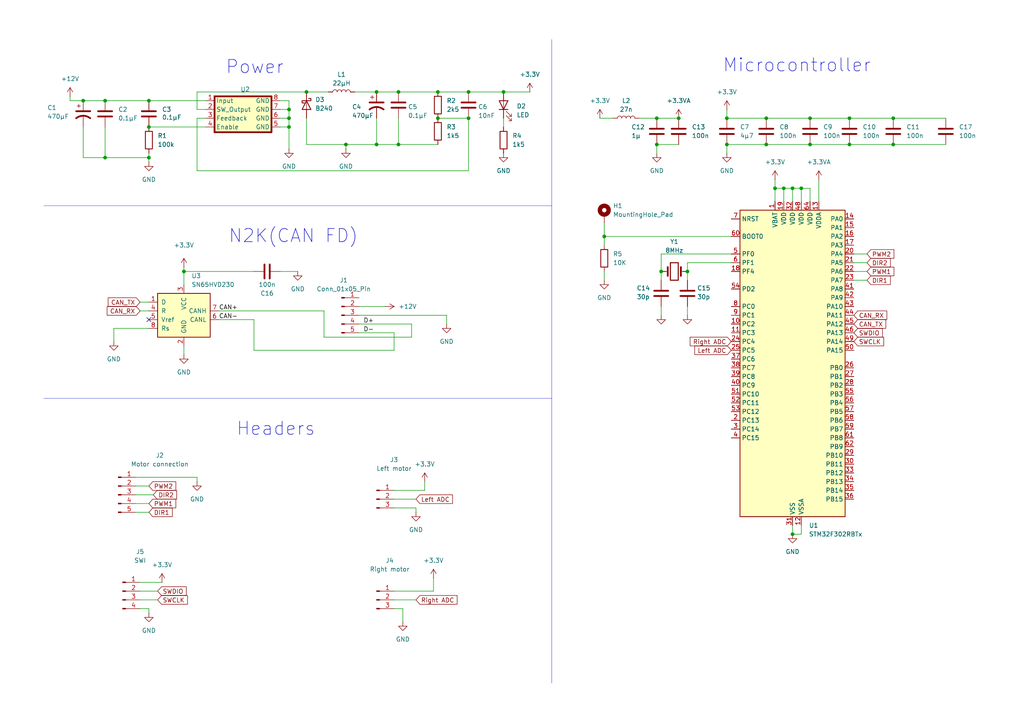
<source format=kicad_sch>
(kicad_sch (version 20231120) (generator "eeschema") (generator_version "8.0")
  (paper "A4")
  (lib_symbols
    (symbol "Connector:Conn_01x03_Pin" (pin_names (offset 1.016) hide)
      (property "Reference" "J" (at 0 5.08 0))
      (property "Value" "Conn_01x03_Pin" (at 0 -5.08 0))
      (symbol "Conn_01x03_Pin_1_1"
        (polyline (pts (xy 1.27 -2.54) (xy 0.8636 -2.54)) (stroke (width 0.1524)))
        (polyline (pts (xy 1.27 0) (xy 0.8636 0)) (stroke (width 0.1524)))
        (polyline (pts (xy 1.27 2.54) (xy 0.8636 2.54)) (stroke (width 0.1524)))
        (rectangle (start 0.8636 -2.413) (end 0 -2.667) (stroke (width 0.1524)) (fill (type outline)))
        (rectangle (start 0.8636 0.127) (end 0 -0.127) (stroke (width 0.1524)) (fill (type outline)))
        (rectangle (start 0.8636 2.667) (end 0 2.413) (stroke (width 0.1524)) (fill (type outline)))
        (pin passive line (at 5.08 2.54 180) (length 3.81) (name "Pin_1") (number "1"))
        (pin passive line (at 5.08 0 180) (length 3.81) (name "Pin_2") (number "2"))
        (pin passive line (at 5.08 -2.54 180) (length 3.81) (name "Pin_3") (number "3"))
      )
    )
    (symbol "Connector:Conn_01x04_Pin" (pin_names (offset 1.016) hide)
      (property "Reference" "J" (at 0 5.08 0))
      (property "Value" "Conn_01x04_Pin" (at 0 -7.62 0))
      (symbol "Conn_01x04_Pin_1_1"
        (polyline (pts (xy 1.27 -5.08) (xy 0.8636 -5.08)) (stroke (width 0.1524)))
        (polyline (pts (xy 1.27 -2.54) (xy 0.8636 -2.54)) (stroke (width 0.1524)))
        (polyline (pts (xy 1.27 0) (xy 0.8636 0)) (stroke (width 0.1524)))
        (polyline (pts (xy 1.27 2.54) (xy 0.8636 2.54)) (stroke (width 0.1524)))
        (rectangle (start 0.8636 -4.953) (end 0 -5.207) (stroke (width 0.1524)) (fill (type outline)))
        (rectangle (start 0.8636 -2.413) (end 0 -2.667) (stroke (width 0.1524)) (fill (type outline)))
        (rectangle (start 0.8636 0.127) (end 0 -0.127) (stroke (width 0.1524)) (fill (type outline)))
        (rectangle (start 0.8636 2.667) (end 0 2.413) (stroke (width 0.1524)) (fill (type outline)))
        (pin passive line (at 5.08 2.54 180) (length 3.81) (name "Pin_1") (number "1"))
        (pin passive line (at 5.08 0 180) (length 3.81) (name "Pin_2") (number "2"))
        (pin passive line (at 5.08 -2.54 180) (length 3.81) (name "Pin_3") (number "3"))
        (pin passive line (at 5.08 -5.08 180) (length 3.81) (name "Pin_4") (number "4"))
      )
    )
    (symbol "Connector:Conn_01x05_Pin" (pin_names (offset 1.016) hide)
      (property "Reference" "J" (at 0 7.62 0))
      (property "Value" "Conn_01x05_Pin" (at 0 -7.62 0))
      (symbol "Conn_01x05_Pin_1_1"
        (polyline (pts (xy 1.27 -5.08) (xy 0.8636 -5.08)) (stroke (width 0.1524)))
        (polyline (pts (xy 1.27 -2.54) (xy 0.8636 -2.54)) (stroke (width 0.1524)))
        (polyline (pts (xy 1.27 0) (xy 0.8636 0)) (stroke (width 0.1524)))
        (polyline (pts (xy 1.27 2.54) (xy 0.8636 2.54)) (stroke (width 0.1524)))
        (polyline (pts (xy 1.27 5.08) (xy 0.8636 5.08)) (stroke (width 0.1524)))
        (rectangle (start 0.8636 -4.953) (end 0 -5.207) (stroke (width 0.1524)) (fill (type outline)))
        (rectangle (start 0.8636 -2.413) (end 0 -2.667) (stroke (width 0.1524)) (fill (type outline)))
        (rectangle (start 0.8636 0.127) (end 0 -0.127) (stroke (width 0.1524)) (fill (type outline)))
        (rectangle (start 0.8636 2.667) (end 0 2.413) (stroke (width 0.1524)) (fill (type outline)))
        (rectangle (start 0.8636 5.207) (end 0 4.953) (stroke (width 0.1524)) (fill (type outline)))
        (pin passive line (at 5.08 5.08 180) (length 3.81) (name "Pin_1") (number "1"))
        (pin passive line (at 5.08 2.54 180) (length 3.81) (name "Pin_2") (number "2"))
        (pin passive line (at 5.08 0 180) (length 3.81) (name "Pin_3") (number "3"))
        (pin passive line (at 5.08 -2.54 180) (length 3.81) (name "Pin_4") (number "4"))
        (pin passive line (at 5.08 -5.08 180) (length 3.81) (name "Pin_5") (number "5"))
      )
    )
    (symbol "Device:C" (pin_numbers hide) (pin_names (offset 0.254))
      (property "Reference" "C" (at 0.635 2.54 0))
      (property "Value" "C" (at 0.635 -2.54 0))
      (symbol "C_0_1"
        (polyline (pts (xy -2.032 -0.762) (xy 2.032 -0.762)) (stroke (width 0.508)))
        (polyline (pts (xy -2.032 0.762) (xy 2.032 0.762)) (stroke (width 0.508)))
      )
      (symbol "C_1_1"
        (pin passive line (at 0 3.81 270) (length 2.794) (name "~") (number "1"))
        (pin passive line (at 0 -3.81 90) (length 2.794) (name "~") (number "2"))
      )
    )
    (symbol "Device:C_Polarized_US" (pin_numbers hide) (pin_names (offset 0.254) hide)
      (property "Reference" "C" (at 0.635 2.54 0))
      (property "Value" "C_Polarized_US" (at 0.635 -2.54 0))
      (symbol "C_Polarized_US_0_1"
        (polyline (pts (xy -2.032 0.762) (xy 2.032 0.762)) (stroke (width 0.508)))
        (polyline (pts (xy -1.778 2.286) (xy -0.762 2.286)))
        (polyline (pts (xy -1.27 1.778) (xy -1.27 2.794)))
        (arc (start 2.032 -1.27) (mid 0 -0.5572) (end -2.032 -1.27) (stroke (width 0.508)))
      )
      (symbol "C_Polarized_US_1_1"
        (pin passive line (at 0 3.81 270) (length 2.794) (name "~") (number "1"))
        (pin passive line (at 0 -3.81 90) (length 3.302) (name "~") (number "2"))
      )
    )
    (symbol "Device:Crystal" (pin_numbers hide) (pin_names (offset 1.016) hide)
      (property "Reference" "Y" (at 0 3.81 0))
      (property "Value" "Crystal" (at 0 -3.81 0))
      (symbol "Crystal_0_1"
        (rectangle (start -1.143 2.54) (end 1.143 -2.54) (stroke (width 0.3048)))
        (polyline (pts (xy -2.54 0) (xy -1.905 0)))
        (polyline (pts (xy -1.905 -1.27) (xy -1.905 1.27)) (stroke (width 0.508)))
        (polyline (pts (xy 1.905 -1.27) (xy 1.905 1.27)) (stroke (width 0.508)))
        (polyline (pts (xy 2.54 0) (xy 1.905 0)))
      )
      (symbol "Crystal_1_1"
        (pin passive line (at -3.81 0 0) (length 1.27) (name "1") (number "1"))
        (pin passive line (at 3.81 0 180) (length 1.27) (name "2") (number "2"))
      )
    )
    (symbol "Device:L" (pin_numbers hide) (pin_names (offset 1.016) hide)
      (property "Reference" "L" (at -1.27 0 90))
      (property "Value" "L" (at 1.905 0 90))
      (symbol "L_0_1"
        (arc (start 0 -2.54) (mid 0.6323 -1.905) (end 0 -1.27))
        (arc (start 0 -1.27) (mid 0.6323 -0.635) (end 0 0))
        (arc (start 0 0) (mid 0.6323 0.635) (end 0 1.27))
        (arc (start 0 1.27) (mid 0.6323 1.905) (end 0 2.54))
      )
      (symbol "L_1_1"
        (pin passive line (at 0 3.81 270) (length 1.27) (name "1") (number "1"))
        (pin passive line (at 0 -3.81 90) (length 1.27) (name "2") (number "2"))
      )
    )
    (symbol "Device:LED" (pin_numbers hide) (pin_names (offset 1.016) hide)
      (property "Reference" "D" (at 0 2.54 0))
      (property "Value" "LED" (at 0 -2.54 0))
      (symbol "LED_0_1"
        (polyline (pts (xy -1.27 -1.27) (xy -1.27 1.27)) (stroke (width 0.254)))
        (polyline (pts (xy -1.27 0) (xy 1.27 0)))
        (polyline (pts (xy 1.27 -1.27) (xy 1.27 1.27) (xy -1.27 0) (xy 1.27 -1.27)) (stroke (width 0.254)))
        (polyline (pts (xy -3.048 -0.762) (xy -4.572 -2.286) (xy -3.81 -2.286) (xy -4.572 -2.286) (xy -4.572 -1.524)))
        (polyline (pts (xy -1.778 -0.762) (xy -3.302 -2.286) (xy -2.54 -2.286) (xy -3.302 -2.286) (xy -3.302 -1.524)))
      )
      (symbol "LED_1_1"
        (pin passive line (at -3.81 0 0) (length 2.54) (name "K") (number "1"))
        (pin passive line (at 3.81 0 180) (length 2.54) (name "A") (number "2"))
      )
    )
    (symbol "Device:R" (pin_numbers hide) (pin_names (offset 0))
      (property "Reference" "R" (at 2.032 0 90))
      (property "Value" "R" (at 0 0 90))
      (symbol "R_0_1"
        (rectangle (start -1.016 -2.54) (end 1.016 2.54) (stroke (width 0.254)))
      )
      (symbol "R_1_1"
        (pin passive line (at 0 3.81 270) (length 1.27) (name "~") (number "1"))
        (pin passive line (at 0 -3.81 90) (length 1.27) (name "~") (number "2"))
      )
    )
    (symbol "Diode:B240" (pin_numbers hide) (pin_names (offset 1.016) hide)
      (property "Reference" "D" (at 0 2.54 0))
      (property "Value" "B240" (at 0 -2.54 0))
      (symbol "B240_0_1"
        (polyline (pts (xy 1.27 0) (xy -1.27 0)))
        (polyline (pts (xy 1.27 1.27) (xy 1.27 -1.27) (xy -1.27 0) (xy 1.27 1.27)) (stroke (width 0.254)))
        (polyline (pts (xy -1.905 0.635) (xy -1.905 1.27) (xy -1.27 1.27) (xy -1.27 -1.27) (xy -0.635 -1.27) (xy -0.635 -0.635)) (stroke (width 0.254)))
      )
      (symbol "B240_1_1"
        (pin passive line (at -3.81 0 0) (length 2.54) (name "K") (number "1"))
        (pin passive line (at 3.81 0 180) (length 2.54) (name "A") (number "2"))
      )
    )
    (symbol "Interface_CAN_LIN:SN65HVD230" (pin_names (offset 1.016))
      (property "Reference" "U" (at -2.54 10.16 0))
      (property "Value" "SN65HVD230" (at -2.54 7.62 0))
      (symbol "SN65HVD230_0_1"
        (rectangle (start -7.62 5.08) (end 7.62 -7.62) (stroke (width 0.254)) (fill (type background)))
      )
      (symbol "SN65HVD230_1_1"
        (pin input line (at -10.16 2.54 0) (length 2.54) (name "D") (number "1"))
        (pin power_in line (at 0 -10.16 90) (length 2.54) (name "GND") (number "2"))
        (pin power_in line (at 0 7.62 270) (length 2.54) (name "VCC") (number "3"))
        (pin output line (at -10.16 0 0) (length 2.54) (name "R") (number "4"))
        (pin output line (at -10.16 -2.54 0) (length 2.54) (name "Vref") (number "5"))
        (pin bidirectional line (at 10.16 -2.54 180) (length 2.54) (name "CANL") (number "6"))
        (pin bidirectional line (at 10.16 0 180) (length 2.54) (name "CANH") (number "7"))
        (pin input line (at -10.16 -5.08 0) (length 2.54) (name "Rs") (number "8"))
      )
    )
    (symbol "MCU_ST_STM32F3:STM32F302RBTx"
      (property "Reference" "U" (at -15.24 46.99 0))
      (property "Value" "STM32F302RBTx" (at 10.16 46.99 0))
      (symbol "STM32F302RBTx_0_1"
        (rectangle (start -15.24 -43.18) (end 15.24 45.72) (stroke (width 0.254)) (fill (type background)))
      )
      (symbol "STM32F302RBTx_1_1"
        (pin power_in line (at -5.08 48.26 270) (length 2.54) (name "VBAT") (number "1"))
        (pin bidirectional line (at -17.78 12.7 0) (length 2.54) (name "PC2") (number "10"))
        (pin bidirectional line (at -17.78 10.16 0) (length 2.54) (name "PC3") (number "11"))
        (pin power_in line (at 2.54 -45.72 90) (length 2.54) (name "VSSA") (number "12"))
        (pin power_in line (at 7.62 48.26 270) (length 2.54) (name "VDDA") (number "13"))
        (pin bidirectional line (at 17.78 43.18 180) (length 2.54) (name "PA0") (number "14"))
        (pin bidirectional line (at 17.78 40.64 180) (length 2.54) (name "PA1") (number "15"))
        (pin bidirectional line (at 17.78 38.1 180) (length 2.54) (name "PA2") (number "16"))
        (pin bidirectional line (at 17.78 35.56 180) (length 2.54) (name "PA3") (number "17"))
        (pin bidirectional line (at -17.78 27.94 0) (length 2.54) (name "PF4") (number "18"))
        (pin power_in line (at -2.54 48.26 270) (length 2.54) (name "VDD") (number "19"))
        (pin bidirectional line (at -17.78 -15.24 0) (length 2.54) (name "PC13") (number "2"))
        (pin bidirectional line (at 17.78 33.02 180) (length 2.54) (name "PA4") (number "20"))
        (pin bidirectional line (at 17.78 30.48 180) (length 2.54) (name "PA5") (number "21"))
        (pin bidirectional line (at 17.78 27.94 180) (length 2.54) (name "PA6") (number "22"))
        (pin bidirectional line (at 17.78 25.4 180) (length 2.54) (name "PA7") (number "23"))
        (pin bidirectional line (at -17.78 7.62 0) (length 2.54) (name "PC4") (number "24"))
        (pin bidirectional line (at -17.78 5.08 0) (length 2.54) (name "PC5") (number "25"))
        (pin bidirectional line (at 17.78 0 180) (length 2.54) (name "PB0") (number "26"))
        (pin bidirectional line (at 17.78 -2.54 180) (length 2.54) (name "PB1") (number "27"))
        (pin bidirectional line (at 17.78 -5.08 180) (length 2.54) (name "PB2") (number "28"))
        (pin bidirectional line (at 17.78 -25.4 180) (length 2.54) (name "PB10") (number "29"))
        (pin bidirectional line (at -17.78 -17.78 0) (length 2.54) (name "PC14") (number "3"))
        (pin bidirectional line (at 17.78 -27.94 180) (length 2.54) (name "PB11") (number "30"))
        (pin power_in line (at 0 -45.72 90) (length 2.54) (name "VSS") (number "31"))
        (pin power_in line (at 0 48.26 270) (length 2.54) (name "VDD") (number "32"))
        (pin bidirectional line (at 17.78 -30.48 180) (length 2.54) (name "PB12") (number "33"))
        (pin bidirectional line (at 17.78 -33.02 180) (length 2.54) (name "PB13") (number "34"))
        (pin bidirectional line (at 17.78 -35.56 180) (length 2.54) (name "PB14") (number "35"))
        (pin bidirectional line (at 17.78 -38.1 180) (length 2.54) (name "PB15") (number "36"))
        (pin bidirectional line (at -17.78 2.54 0) (length 2.54) (name "PC6") (number "37"))
        (pin bidirectional line (at -17.78 0 0) (length 2.54) (name "PC7") (number "38"))
        (pin bidirectional line (at -17.78 -2.54 0) (length 2.54) (name "PC8") (number "39"))
        (pin bidirectional line (at -17.78 -20.32 0) (length 2.54) (name "PC15") (number "4"))
        (pin bidirectional line (at -17.78 -5.08 0) (length 2.54) (name "PC9") (number "40"))
        (pin bidirectional line (at 17.78 22.86 180) (length 2.54) (name "PA8") (number "41"))
        (pin bidirectional line (at 17.78 20.32 180) (length 2.54) (name "PA9") (number "42"))
        (pin bidirectional line (at 17.78 17.78 180) (length 2.54) (name "PA10") (number "43"))
        (pin bidirectional line (at 17.78 15.24 180) (length 2.54) (name "PA11") (number "44"))
        (pin bidirectional line (at 17.78 12.7 180) (length 2.54) (name "PA12") (number "45"))
        (pin bidirectional line (at 17.78 10.16 180) (length 2.54) (name "PA13") (number "46"))
        (pin passive line (at 0 -45.72 90) (length 2.54) hide (name "VSS") (number "47"))
        (pin power_in line (at 2.54 48.26 270) (length 2.54) (name "VDD") (number "48"))
        (pin bidirectional line (at 17.78 7.62 180) (length 2.54) (name "PA14") (number "49"))
        (pin bidirectional line (at -17.78 33.02 0) (length 2.54) (name "PF0") (number "5"))
        (pin bidirectional line (at 17.78 5.08 180) (length 2.54) (name "PA15") (number "50"))
        (pin bidirectional line (at -17.78 -7.62 0) (length 2.54) (name "PC10") (number "51"))
        (pin bidirectional line (at -17.78 -10.16 0) (length 2.54) (name "PC11") (number "52"))
        (pin bidirectional line (at -17.78 -12.7 0) (length 2.54) (name "PC12") (number "53"))
        (pin bidirectional line (at -17.78 22.86 0) (length 2.54) (name "PD2") (number "54"))
        (pin bidirectional line (at 17.78 -7.62 180) (length 2.54) (name "PB3") (number "55"))
        (pin bidirectional line (at 17.78 -10.16 180) (length 2.54) (name "PB4") (number "56"))
        (pin bidirectional line (at 17.78 -12.7 180) (length 2.54) (name "PB5") (number "57"))
        (pin bidirectional line (at 17.78 -15.24 180) (length 2.54) (name "PB6") (number "58"))
        (pin bidirectional line (at 17.78 -17.78 180) (length 2.54) (name "PB7") (number "59"))
        (pin bidirectional line (at -17.78 30.48 0) (length 2.54) (name "PF1") (number "6"))
        (pin input line (at -17.78 38.1 0) (length 2.54) (name "BOOT0") (number "60"))
        (pin bidirectional line (at 17.78 -20.32 180) (length 2.54) (name "PB8") (number "61"))
        (pin bidirectional line (at 17.78 -22.86 180) (length 2.54) (name "PB9") (number "62"))
        (pin passive line (at 0 -45.72 90) (length 2.54) hide (name "VSS") (number "63"))
        (pin power_in line (at 5.08 48.26 270) (length 2.54) (name "VDD") (number "64"))
        (pin input line (at -17.78 43.18 0) (length 2.54) (name "NRST") (number "7"))
        (pin bidirectional line (at -17.78 17.78 0) (length 2.54) (name "PC0") (number "8"))
        (pin bidirectional line (at -17.78 15.24 0) (length 2.54) (name "PC1") (number "9"))
      )
    )
    (symbol "MP1584EN:MP1584EN"
      (property "Reference" "U" (at 0 6.35 0))
      (symbol "MP1584EN_1_1"
        (rectangle (start -8.89 5.08) (end 7.62 -5.334) (stroke (width 0.508)) (fill (type background)))
        (pin power_in line (at -11.43 3.81 0) (length 2.54) (name "Input") (number "1"))
        (pin power_out line (at -11.43 1.27 0) (length 2.54) (name "SW_Output") (number "2"))
        (pin input line (at -11.43 -1.27 0) (length 2.54) (name "Feedback") (number "3"))
        (pin input line (at -11.43 -3.81 0) (length 2.54) (name "Enable") (number "4"))
        (pin power_in line (at 10.16 -3.81 180) (length 2.54) (name "GND") (number "5"))
        (pin power_in line (at 10.16 -1.27 180) (length 2.54) (name "GND") (number "6"))
        (pin power_in line (at 10.16 1.27 180) (length 2.54) (name "GND") (number "7"))
        (pin power_in line (at 10.16 3.81 180) (length 2.54) (name "GND") (number "8"))
      )
    )
    (symbol "Mechanical:MountingHole_Pad" (pin_numbers hide) (pin_names (offset 1.016) hide) (exclude_from_sim yes) (in_bom no)
      (property "Reference" "H" (at 0 6.35 0))
      (property "Value" "MountingHole_Pad" (at 0 4.445 0))
      (symbol "MountingHole_Pad_0_1"
        (circle (center 0 1.27) (radius 1.27) (stroke (width 1.27)))
      )
      (symbol "MountingHole_Pad_1_1"
        (pin input line (at 0 -2.54 90) (length 2.54) (name "1") (number "1"))
      )
    )
    (symbol "power:+12V" (power) (pin_numbers hide) (pin_names (offset 0) hide)
      (property "Value" "+12V" (at 0 3.556 0))
      (symbol "+12V_0_1"
        (polyline (pts (xy -0.762 1.27) (xy 0 2.54)))
        (polyline (pts (xy 0 0) (xy 0 2.54)))
        (polyline (pts (xy 0 2.54) (xy 0.762 1.27)))
      )
      (symbol "+12V_1_1"
        (pin power_in line (at 0 0 90) (length 0) (name "~") (number "1"))
      )
    )
    (symbol "power:+3.3V" (power) (pin_numbers hide) (pin_names (offset 0) hide)
      (property "Value" "+3.3V" (at 0 3.556 0))
      (symbol "+3.3V_0_1"
        (polyline (pts (xy -0.762 1.27) (xy 0 2.54)))
        (polyline (pts (xy 0 0) (xy 0 2.54)))
        (polyline (pts (xy 0 2.54) (xy 0.762 1.27)))
      )
      (symbol "+3.3V_1_1"
        (pin power_in line (at 0 0 90) (length 0) (name "~") (number "1"))
      )
    )
    (symbol "power:+3.3VA" (power) (pin_numbers hide) (pin_names (offset 0) hide)
      (property "Value" "+3.3VA" (at 0 3.556 0))
      (symbol "+3.3VA_0_1"
        (polyline (pts (xy -0.762 1.27) (xy 0 2.54)))
        (polyline (pts (xy 0 0) (xy 0 2.54)))
        (polyline (pts (xy 0 2.54) (xy 0.762 1.27)))
      )
      (symbol "+3.3VA_1_1"
        (pin power_in line (at 0 0 90) (length 0) (name "~") (number "1"))
      )
    )
    (symbol "power:GND" (power) (pin_numbers hide) (pin_names (offset 0) hide)
      (property "Value" "GND" (at 0 -3.81 0))
      (symbol "GND_0_1"
        (polyline (pts (xy 0 0) (xy 0 -1.27) (xy 1.27 -1.27) (xy 0 -2.54) (xy -1.27 -1.27) (xy 0 -1.27)))
      )
      (symbol "GND_1_1"
        (pin power_in line (at 0 0 270) (length 0) (name "~") (number "1"))
      )
    )
  )
  (junction (at 196.85 34.29))
  (junction (at 191.77 78.74))
  (junction (at 88.9 26.67))
  (junction (at 24.13 29.21))
  (junction (at 190.5 34.29))
  (junction (at 259.08 34.29))
  (junction (at 83.82 34.29))
  (junction (at 222.25 34.29))
  (junction (at 115.57 41.91))
  (junction (at 229.87 54.61))
  (junction (at 246.38 41.91))
  (junction (at 227.33 54.61))
  (junction (at 210.82 41.91))
  (junction (at 135.89 26.67))
  (junction (at 234.95 34.29))
  (junction (at 146.05 26.67))
  (junction (at 224.79 54.61))
  (junction (at 43.18 29.21))
  (junction (at 115.57 26.67))
  (junction (at 234.95 41.91))
  (junction (at 43.18 36.83))
  (junction (at 135.89 34.29))
  (junction (at 30.48 29.21))
  (junction (at 30.48 45.72))
  (junction (at 175.26 68.58))
  (junction (at 83.82 36.83))
  (junction (at 199.39 78.74))
  (junction (at 190.5 41.91))
  (junction (at 53.34 78.74))
  (junction (at 229.87 154.94))
  (junction (at 43.18 45.72))
  (junction (at 100.33 41.91))
  (junction (at 109.22 26.67))
  (junction (at 109.22 41.91))
  (junction (at 127 26.67))
  (junction (at 83.82 31.75))
  (junction (at 246.38 34.29))
  (junction (at 127 34.29))
  (junction (at 210.82 34.29))
  (junction (at 222.25 41.91))
  (junction (at 232.41 54.61))
  (junction (at 259.08 41.91))
  (no_connect (at 43.18 92.71))
  (wire (pts (xy 81.28 36.83) (xy 83.82 36.83)))
  (wire (pts (xy 40.64 176.53) (xy 43.18 176.53)))
  (wire (pts (xy 115.57 41.91) (xy 109.22 41.91)))
  (wire (pts (xy 199.39 88.9) (xy 199.39 91.44)))
  (wire (pts (xy 146.05 26.67) (xy 135.89 26.67)))
  (wire (pts (xy 191.77 73.66) (xy 191.77 78.74)))
  (wire (pts (xy 175.26 71.12) (xy 175.26 68.58)))
  (wire (pts (xy 57.15 26.67) (xy 57.15 31.75)))
  (wire (pts (xy 57.15 26.67) (xy 88.9 26.67)))
  (wire (pts (xy 232.41 54.61) (xy 232.41 58.42)))
  (wire (pts (xy 88.9 34.29) (xy 88.9 41.91)))
  (wire (pts (xy 114.3 173.99) (xy 120.65 173.99)))
  (wire (pts (xy 81.28 78.74) (xy 86.36 78.74)))
  (wire (pts (xy 247.65 73.66) (xy 251.46 73.66)))
  (wire (pts (xy 114.3 101.6) (xy 114.3 96.52)))
  (wire (pts (xy 190.5 41.91) (xy 190.5 44.45)))
  (wire (pts (xy 39.37 146.05) (xy 43.18 146.05)))
  (wire (pts (xy 222.25 34.29) (xy 234.95 34.29)))
  (wire (pts (xy 190.5 41.91) (xy 196.85 41.91)))
  (wire (pts (xy 39.37 138.43) (xy 57.15 138.43)))
  (wire (pts (xy 247.65 76.2) (xy 251.46 76.2)))
  (wire (pts (xy 234.95 41.91) (xy 246.38 41.91)))
  (wire (pts (xy 246.38 41.91) (xy 259.08 41.91)))
  (wire (pts (xy 119.38 97.79) (xy 119.38 93.98)))
  (wire (pts (xy 115.57 34.29) (xy 115.57 41.91)))
  (wire (pts (xy 24.13 29.21) (xy 30.48 29.21)))
  (wire (pts (xy 100.33 41.91) (xy 109.22 41.91)))
  (wire (pts (xy 57.15 49.53) (xy 135.89 49.53)))
  (wire (pts (xy 102.87 26.67) (xy 109.22 26.67)))
  (wire (pts (xy 185.42 34.29) (xy 190.5 34.29)))
  (wire (pts (xy 104.14 93.98) (xy 119.38 93.98)))
  (wire (pts (xy 83.82 29.21) (xy 83.82 31.75)))
  (wire (pts (xy 229.87 152.4) (xy 229.87 154.94)))
  (wire (pts (xy 232.41 54.61) (xy 234.95 54.61)))
  (wire (pts (xy 232.41 154.94) (xy 229.87 154.94)))
  (wire (pts (xy 39.37 148.59) (xy 43.18 148.59)))
  (wire (pts (xy 210.82 41.91) (xy 210.82 44.45)))
  (wire (pts (xy 129.54 93.98) (xy 129.54 91.44)))
  (wire (pts (xy 114.3 142.24) (xy 123.19 142.24)))
  (wire (pts (xy 175.26 68.58) (xy 212.09 68.58)))
  (wire (pts (xy 24.13 36.83) (xy 24.13 45.72)))
  (wire (pts (xy 81.28 29.21) (xy 83.82 29.21)))
  (wire (pts (xy 135.89 34.29) (xy 127 34.29)))
  (wire (pts (xy 175.26 64.77) (xy 175.26 68.58)))
  (wire (pts (xy 227.33 54.61) (xy 229.87 54.61)))
  (wire (pts (xy 247.65 81.28) (xy 251.46 81.28)))
  (wire (pts (xy 146.05 34.29) (xy 146.05 36.83)))
  (wire (pts (xy 43.18 29.21) (xy 59.69 29.21)))
  (wire (pts (xy 39.37 143.51) (xy 44.45 143.51)))
  (wire (pts (xy 59.69 31.75) (xy 57.15 31.75)))
  (wire (pts (xy 222.25 41.91) (xy 234.95 41.91)))
  (wire (pts (xy 45.72 171.45) (xy 40.64 171.45)))
  (wire (pts (xy 57.15 138.43) (xy 57.15 139.7)))
  (wire (pts (xy 73.66 92.71) (xy 73.66 101.6)))
  (wire (pts (xy 173.99 34.29) (xy 177.8 34.29)))
  (wire (pts (xy 43.18 176.53) (xy 43.18 177.8)))
  (wire (pts (xy 93.98 90.17) (xy 93.98 97.79)))
  (wire (pts (xy 88.9 41.91) (xy 100.33 41.91)))
  (wire (pts (xy 40.64 90.17) (xy 43.18 90.17)))
  (wire (pts (xy 191.77 78.74) (xy 191.77 81.28)))
  (wire (pts (xy 120.65 147.32) (xy 120.65 148.59)))
  (wire (pts (xy 43.18 36.83) (xy 59.69 36.83)))
  (wire (pts (xy 114.3 96.52) (xy 104.14 96.52)))
  (wire (pts (xy 39.37 140.97) (xy 43.18 140.97)))
  (wire (pts (xy 190.5 34.29) (xy 196.85 34.29)))
  (wire (pts (xy 93.98 97.79) (xy 119.38 97.79)))
  (wire (pts (xy 224.79 54.61) (xy 227.33 54.61)))
  (wire (pts (xy 30.48 29.21) (xy 43.18 29.21)))
  (wire (pts (xy 30.48 36.83) (xy 30.48 45.72)))
  (wire (pts (xy 199.39 78.74) (xy 199.39 81.28)))
  (wire (pts (xy 53.34 78.74) (xy 73.66 78.74)))
  (wire (pts (xy 53.34 78.74) (xy 53.34 82.55)))
  (wire (pts (xy 115.57 26.67) (xy 127 26.67)))
  (wire (pts (xy 114.3 147.32) (xy 120.65 147.32)))
  (wire (pts (xy 43.18 45.72) (xy 43.18 46.99)))
  (wire (pts (xy 40.64 168.91) (xy 46.99 168.91)))
  (wire (pts (xy 114.3 144.78) (xy 120.65 144.78)))
  (wire (pts (xy 127 41.91) (xy 115.57 41.91)))
  (wire (pts (xy 199.39 76.2) (xy 199.39 78.74)))
  (wire (pts (xy 259.08 34.29) (xy 274.32 34.29)))
  (wire (pts (xy 175.26 78.74) (xy 175.26 81.28)))
  (wire (pts (xy 224.79 52.07) (xy 224.79 54.61)))
  (wire (pts (xy 83.82 34.29) (xy 83.82 36.83)))
  (wire (pts (xy 114.3 171.45) (xy 125.73 171.45)))
  (wire (pts (xy 247.65 78.74) (xy 251.46 78.74)))
  (wire (pts (xy 43.18 44.45) (xy 43.18 45.72)))
  (wire (pts (xy 234.95 58.42) (xy 234.95 54.61)))
  (wire (pts (xy 45.72 173.99) (xy 40.64 173.99)))
  (wire (pts (xy 123.19 142.24) (xy 123.19 139.7)))
  (wire (pts (xy 63.5 90.17) (xy 93.98 90.17)))
  (wire (pts (xy 109.22 34.29) (xy 109.22 41.91)))
  (wire (pts (xy 53.34 77.47) (xy 53.34 78.74)))
  (wire (pts (xy 212.09 76.2) (xy 199.39 76.2)))
  (wire (pts (xy 237.49 52.07) (xy 237.49 58.42)))
  (wire (pts (xy 40.64 87.63) (xy 43.18 87.63)))
  (wire (pts (xy 24.13 45.72) (xy 30.48 45.72)))
  (wire (pts (xy 224.79 54.61) (xy 224.79 58.42)))
  (wire (pts (xy 20.32 29.21) (xy 20.32 27.94)))
  (wire (pts (xy 146.05 26.67) (xy 153.67 26.67)))
  (wire (pts (xy 229.87 54.61) (xy 232.41 54.61)))
  (wire (pts (xy 100.33 41.91) (xy 100.33 43.18)))
  (wire (pts (xy 210.82 41.91) (xy 222.25 41.91)))
  (wire (pts (xy 83.82 36.83) (xy 83.82 43.18)))
  (wire (pts (xy 20.32 29.21) (xy 24.13 29.21)))
  (polyline (pts (xy 12.7 59.69) (xy 160.02 59.69)) (stroke (width 0.0508)))
  (wire (pts (xy 229.87 54.61) (xy 229.87 58.42)))
  (wire (pts (xy 116.84 176.53) (xy 116.84 180.34)))
  (wire (pts (xy 246.38 34.29) (xy 259.08 34.29)))
  (wire (pts (xy 104.14 91.44) (xy 129.54 91.44)))
  (wire (pts (xy 210.82 34.29) (xy 222.25 34.29)))
  (wire (pts (xy 33.02 95.25) (xy 43.18 95.25)))
  (wire (pts (xy 104.14 88.9) (xy 111.76 88.9)))
  (polyline (pts (xy 160.02 11.43) (xy 160.02 198.12)) (stroke (width 0.0508)))
  (wire (pts (xy 232.41 152.4) (xy 232.41 154.94)))
  (wire (pts (xy 81.28 31.75) (xy 83.82 31.75)))
  (wire (pts (xy 59.69 34.29) (xy 57.15 34.29)))
  (wire (pts (xy 63.5 92.71) (xy 73.66 92.71)))
  (wire (pts (xy 114.3 176.53) (xy 116.84 176.53)))
  (wire (pts (xy 127 26.67) (xy 135.89 26.67)))
  (wire (pts (xy 135.89 49.53) (xy 135.89 34.29)))
  (wire (pts (xy 234.95 34.29) (xy 246.38 34.29)))
  (wire (pts (xy 57.15 34.29) (xy 57.15 49.53)))
  (wire (pts (xy 73.66 101.6) (xy 114.3 101.6)))
  (wire (pts (xy 83.82 31.75) (xy 83.82 34.29)))
  (wire (pts (xy 125.73 171.45) (xy 125.73 167.64)))
  (polyline (pts (xy 12.7 115.57) (xy 160.02 115.57)) (stroke (width 0.0508)))
  (wire (pts (xy 227.33 54.61) (xy 227.33 58.42)))
  (wire (pts (xy 212.09 73.66) (xy 191.77 73.66)))
  (wire (pts (xy 53.34 100.33) (xy 53.34 102.87)))
  (wire (pts (xy 259.08 41.91) (xy 274.32 41.91)))
  (wire (pts (xy 191.77 88.9) (xy 191.77 91.44)))
  (wire (pts (xy 30.48 45.72) (xy 43.18 45.72)))
  (wire (pts (xy 81.28 34.29) (xy 83.82 34.29)))
  (wire (pts (xy 88.9 26.67) (xy 95.25 26.67)))
  (wire (pts (xy 33.02 95.25) (xy 33.02 99.06)))
  (wire (pts (xy 109.22 26.67) (xy 115.57 26.67)))
  (wire (pts (xy 210.82 31.75) (xy 210.82 34.29)))
  (text "Power" (at 73.914 19.558 0) (effects (font (size 3.81 3.81))))
  (text "Microcontroller" (at 231.14 19.05 0) (effects (font (size 3.81 3.81))))
  (text "N2K(CAN FD)" (at 85.09 68.58 0) (effects (font (size 3.81 3.81))))
  (text "Headers" (at 80.01 124.46 0) (effects (font (size 3.81 3.81))))
  (label "D-" (at 105.41 96.52 0))
  (label "CAN-" (at 63.5 92.71 0))
  (label "D+" (at 105.41 93.98 0))
  (label "CAN+" (at 63.5 90.17 0))
  (global_label "DIR2" (shape input) (at 44.45 143.51 0) (property "Intersheetrefs" "${INTERSHEET_REFS}" (effects (hide yes))))
  (global_label "PWM2" (shape input) (at 43.18 140.97 0) (property "Intersheetrefs" "${INTERSHEET_REFS}" (effects (hide yes))))
  (global_label "SWDIO" (shape input) (at 247.65 96.52 0) (property "Intersheetrefs" "${INTERSHEET_REFS}" (effects (hide yes))))
  (global_label "DIR1" (shape input) (at 43.18 148.59 0) (property "Intersheetrefs" "${INTERSHEET_REFS}" (effects (hide yes))))
  (global_label "Right ADC" (shape input) (at 120.65 173.99 0) (property "Intersheetrefs" "${INTERSHEET_REFS}" (effects (hide yes))))
  (global_label "PWM2" (shape input) (at 251.46 73.66 0) (property "Intersheetrefs" "${INTERSHEET_REFS}" (effects (hide yes))))
  (global_label "CAN_TX" (shape input) (at 40.64 87.63 180) (property "Intersheetrefs" "${INTERSHEET_REFS}" (effects (hide yes))))
  (global_label "PWM1" (shape input) (at 43.18 146.05 0) (property "Intersheetrefs" "${INTERSHEET_REFS}" (effects (hide yes))))
  (global_label "CAN_RX" (shape input) (at 247.65 91.44 0) (property "Intersheetrefs" "${INTERSHEET_REFS}" (effects (hide yes))))
  (global_label "SWCLK" (shape input) (at 247.65 99.06 0) (property "Intersheetrefs" "${INTERSHEET_REFS}" (effects (hide yes))))
  (global_label "PWM1" (shape input) (at 251.46 78.74 0) (property "Intersheetrefs" "${INTERSHEET_REFS}" (effects (hide yes))))
  (global_label "DIR2" (shape input) (at 251.46 76.2 0) (property "Intersheetrefs" "${INTERSHEET_REFS}" (effects (hide yes))))
  (global_label "Left ADC" (shape input) (at 212.09 101.6 180) (property "Intersheetrefs" "${INTERSHEET_REFS}" (effects (hide yes))))
  (global_label "DIR1" (shape input) (at 251.46 81.28 0) (property "Intersheetrefs" "${INTERSHEET_REFS}" (effects (hide yes))))
  (global_label "Left ADC" (shape input) (at 120.65 144.78 0) (property "Intersheetrefs" "${INTERSHEET_REFS}" (effects (hide yes))))
  (global_label "Right ADC" (shape input) (at 212.09 99.06 180) (property "Intersheetrefs" "${INTERSHEET_REFS}" (effects (hide yes))))
  (global_label "CAN_RX" (shape input) (at 40.64 90.17 180) (property "Intersheetrefs" "${INTERSHEET_REFS}" (effects (hide yes))))
  (global_label "CAN_TX" (shape input) (at 247.65 93.98 0) (property "Intersheetrefs" "${INTERSHEET_REFS}" (effects (hide yes))))
  (global_label "SWDIO" (shape input) (at 45.72 171.45 0) (property "Intersheetrefs" "${INTERSHEET_REFS}" (effects (hide yes))))
  (global_label "SWCLK" (shape input) (at 45.72 173.99 0) (property "Intersheetrefs" "${INTERSHEET_REFS}" (effects (hide yes))))
  (symbol (lib_id "Device:L") (at 99.06 26.67 90) (unit 1)
    (property "Reference" "L1" (at 99.06 21.59 90))
    (property "Value" "22µH" (at 99.06 24.13 90))
    (property "Footprint" "Inductor_SMD:L_Taiyo-Yuden_NR-80xx" (effects (hide yes)))
    (property "Description" "Inductor" (effects (hide yes)))
  )
  (symbol (lib_id "power:GND") (at 100.33 43.18 0) (unit 1)
    (property "Reference" "#PWR04" (effects (hide yes)))
    (property "Value" "GND" (at 100.33 48.26 0))
    (property "Description" "Power symbol creates a global label with name \"GND\" , ground" (effects (hide yes)))
  )
  (symbol (lib_id "Device:C") (at 30.48 33.02 0) (unit 1)
    (property "Reference" "C2" (at 34.29 31.7499 0) (effects (justify left)))
    (property "Value" "0.1µF" (at 34.29 34.2899 0) (effects (justify left)))
    (property "Footprint" "Capacitor_SMD:C_1206_3216Metric" (effects (hide yes)))
    (property "Description" "Unpolarized capacitor" (effects (hide yes)))
  )
  (symbol (lib_id "Connector:Conn_01x03_Pin") (at 109.22 144.78 0) (unit 1)
    (property "Reference" "J3" (at 114.3 133.35 0))
    (property "Value" "Left motor" (at 114.3 135.89 0))
    (property "Footprint" "Connector_PinHeader_2.54mm:PinHeader_1x03_P2.54mm_Vertical" (effects (hide yes)))
    (property "Description" "Generic connector, single row, 01x03, script generated" (effects (hide yes)))
  )
  (symbol (lib_id "Connector:Conn_01x05_Pin") (at 99.06 91.44 0) (unit 1)
    (property "Reference" "J1" (at 99.695 81.28 0))
    (property "Value" "Conn_01x05_Pin" (at 99.695 83.82 0))
    (property "Footprint" "m12_5pol:m12_5pol" (effects (hide yes)))
    (property "Description" "Generic connector, single row, 01x05, script generated" (effects (hide yes)))
  )
  (symbol (lib_id "MP1584EN:MP1584EN") (at 71.12 33.02 0) (unit 1)
    (property "Reference" "U2" (at 71.12 25.908 0))
    (property "Value" "~" (at 70.485 26.67 0))
    (property "Footprint" "Package_SO:SOIC-8_3.9x4.9mm_P1.27mm" (effects (hide yes)))
  )
  (symbol (lib_id "Device:C") (at 274.32 38.1 0) (unit 1)
    (property "Reference" "C17" (at 278.13 36.8299 0) (effects (justify left)))
    (property "Value" "100n" (at 278.13 39.3699 0) (effects (justify left)))
    (property "Footprint" "Capacitor_SMD:C_1206_3216Metric" (effects (hide yes)))
    (property "Description" "Unpolarized capacitor" (effects (hide yes)))
  )
  (symbol (lib_id "power:GND") (at 146.05 44.45 0) (unit 1)
    (property "Reference" "#PWR05" (effects (hide yes)))
    (property "Value" "GND" (at 146.05 49.53 0))
    (property "Description" "Power symbol creates a global label with name \"GND\" , ground" (effects (hide yes)))
  )
  (symbol (lib_id "Device:C") (at 246.38 38.1 0) (unit 1)
    (property "Reference" "C10" (at 250.19 36.8299 0) (effects (justify left)))
    (property "Value" "100n" (at 250.19 39.3699 0) (effects (justify left)))
    (property "Footprint" "Capacitor_SMD:C_1206_3216Metric" (effects (hide yes)))
    (property "Description" "Unpolarized capacitor" (effects (hide yes)))
  )
  (symbol (lib_id "Device:LED") (at 146.05 30.48 90) (unit 1)
    (property "Reference" "D2" (at 149.86 30.7974 90) (effects (justify right)))
    (property "Value" "LED" (at 149.86 33.3374 90) (effects (justify right)))
    (property "Footprint" "LED_SMD:LED_1206_3216Metric" (effects (hide yes)))
    (property "Description" "Light emitting diode" (effects (hide yes)))
  )
  (symbol (lib_id "power:+3.3V") (at 123.19 139.7 0) (unit 1)
    (property "Reference" "#PWR025" (effects (hide yes)))
    (property "Value" "+3.3V" (at 123.19 134.62 0))
    (property "Description" "Power symbol creates a global label with name \"+3.3V\"" (effects (hide yes)))
  )
  (symbol (lib_id "Device:C") (at 190.5 38.1 0) (unit 1)
    (property "Reference" "C12" (at 183.134 36.83 0) (effects (justify left)))
    (property "Value" "1µ" (at 183.134 39.37 0) (effects (justify left)))
    (property "Footprint" "Capacitor_SMD:C_1206_3216Metric" (effects (hide yes)))
    (property "Description" "Unpolarized capacitor" (effects (hide yes)))
  )
  (symbol (lib_id "Connector:Conn_01x04_Pin") (at 35.56 171.45 0) (unit 1)
    (property "Reference" "J5" (at 40.64 160.02 0))
    (property "Value" "SWI" (at 40.64 162.56 0))
    (property "Footprint" "Connector_JST:JST_EH_S4B-EH_1x04_P2.50mm_Horizontal" (effects (hide yes)))
    (property "Description" "Generic connector, single row, 01x04, script generated" (effects (hide yes)))
  )
  (symbol (lib_id "Device:C") (at 196.85 38.1 0) (unit 1)
    (property "Reference" "C13" (at 200.66 36.8299 0) (effects (justify left)))
    (property "Value" "100n" (at 200.66 39.3699 0) (effects (justify left)))
    (property "Footprint" "Capacitor_SMD:C_1206_3216Metric" (effects (hide yes)))
    (property "Description" "Unpolarized capacitor" (effects (hide yes)))
  )
  (symbol (lib_id "power:GND") (at 53.34 102.87 0) (unit 1)
    (property "Reference" "#PWR017" (effects (hide yes)))
    (property "Value" "GND" (at 53.34 107.95 0))
    (property "Description" "Power symbol creates a global label with name \"GND\" , ground" (effects (hide yes)))
  )
  (symbol (lib_id "Diode:B240") (at 88.9 30.48 270) (unit 1)
    (property "Reference" "D3" (at 91.44 28.8924 90) (effects (justify left)))
    (property "Value" "B240" (at 91.44 31.4324 90) (effects (justify left)))
    (property "Footprint" "Diode_SMD:D_SMB" (effects (hide yes)))
    (property "Datasheet" "http://www.jameco.com/Jameco/Products/ProdDS/1538777.pdf" (effects (hide yes)))
    (property "Description" "40V 2A Schottky Barrier Rectifier Diode, SMB" (effects (hide yes)))
  )
  (symbol (lib_id "power:GND") (at 129.54 93.98 0) (unit 1)
    (property "Reference" "#PWR021" (effects (hide yes)))
    (property "Value" "GND" (at 129.54 99.06 0))
    (property "Description" "Power symbol creates a global label with name \"GND\" , ground" (effects (hide yes)))
  )
  (symbol (lib_id "power:GND") (at 86.36 78.74 0) (unit 1)
    (property "Reference" "#PWR029" (effects (hide yes)))
    (property "Value" "GND" (at 86.36 83.82 0))
    (property "Description" "Power symbol creates a global label with name \"GND\" , ground" (effects (hide yes)))
  )
  (symbol (lib_id "power:+3.3VA") (at 196.85 34.29 0) (unit 1)
    (property "Reference" "#PWR011" (effects (hide yes)))
    (property "Value" "+3.3VA" (at 196.85 29.21 0))
    (property "Description" "Power symbol creates a global label with name \"+3.3VA\"" (effects (hide yes)))
  )
  (symbol (lib_id "Interface_CAN_LIN:SN65HVD230") (at 53.34 90.17 0) (unit 1)
    (property "Reference" "U3" (at 55.5341 80.01 0) (effects (justify left)))
    (property "Value" "SN65HVD230" (at 55.5341 82.55 0) (effects (justify left)))
    (property "Footprint" "Package_SO:SOIC-8_3.9x4.9mm_P1.27mm" (effects (hide yes)))
    (property "Datasheet" "http://www.ti.com/lit/ds/symlink/sn65hvd230.pdf" (effects (hide yes)))
    (property "Description" "CAN Bus Transceivers, 3.3V, 1Mbps, Low-Power capabilities, SOIC-8" (effects (hide yes)))
  )
  (symbol (lib_id "power:+3.3V") (at 224.79 52.07 0) (unit 1)
    (property "Reference" "#PWR013" (effects (hide yes)))
    (property "Value" "+3.3V" (at 224.79 46.99 0))
    (property "Description" "Power symbol creates a global label with name \"+3.3V\"" (effects (hide yes)))
  )
  (symbol (lib_id "Device:C") (at 43.18 33.02 0) (unit 1)
    (property "Reference" "C3" (at 46.99 31.7499 0) (effects (justify left)))
    (property "Value" "0.1µF" (at 46.99 34.036 0) (effects (justify left)))
    (property "Footprint" "Capacitor_SMD:C_1206_3216Metric" (effects (hide yes)))
    (property "Description" "Unpolarized capacitor" (effects (hide yes)))
  )
  (symbol (lib_id "Device:C") (at 222.25 38.1 0) (unit 1)
    (property "Reference" "C8" (at 226.06 36.8299 0) (effects (justify left)))
    (property "Value" "100n" (at 226.06 39.3699 0) (effects (justify left)))
    (property "Footprint" "Capacitor_SMD:C_1206_3216Metric" (effects (hide yes)))
    (property "Description" "Unpolarized capacitor" (effects (hide yes)))
  )
  (symbol (lib_id "power:GND") (at 57.15 139.7 0) (unit 1)
    (property "Reference" "#PWR022" (effects (hide yes)))
    (property "Value" "GND" (at 57.15 144.78 0))
    (property "Description" "Power symbol creates a global label with name \"GND\" , ground" (effects (hide yes)))
  )
  (symbol (lib_id "power:+3.3V") (at 210.82 31.75 0) (unit 1)
    (property "Reference" "#PWR07" (effects (hide yes)))
    (property "Value" "+3.3V" (at 210.82 26.67 0))
    (property "Description" "Power symbol creates a global label with name \"+3.3V\"" (effects (hide yes)))
  )
  (symbol (lib_id "Device:R") (at 127 38.1 0) (unit 1)
    (property "Reference" "R3" (at 129.54 36.8299 0) (effects (justify left)))
    (property "Value" "1k5" (at 129.54 39.3699 0) (effects (justify left)))
    (property "Footprint" "Resistor_SMD:R_1206_3216Metric" (effects (hide yes)))
    (property "Description" "Resistor" (effects (hide yes)))
  )
  (symbol (lib_id "Device:C") (at 210.82 38.1 0) (unit 1)
    (property "Reference" "C7" (at 214.63 36.8299 0) (effects (justify left)))
    (property "Value" "4µ7" (at 214.63 39.3699 0) (effects (justify left)))
    (property "Footprint" "Capacitor_Tantalum_SMD:CP_EIA-6032-20_AVX-F_Pad2.25x2.35mm_HandSolder" (effects (hide yes)))
    (property "Description" "Unpolarized capacitor" (effects (hide yes)))
  )
  (symbol (lib_id "power:GND") (at 43.18 177.8 0) (unit 1)
    (property "Reference" "#PWR028" (effects (hide yes)))
    (property "Value" "GND" (at 43.18 182.88 0))
    (property "Description" "Power symbol creates a global label with name \"GND\" , ground" (effects (hide yes)))
  )
  (symbol (lib_id "power:GND") (at 190.5 44.45 0) (unit 1)
    (property "Reference" "#PWR010" (effects (hide yes)))
    (property "Value" "GND" (at 190.5 49.53 0))
    (property "Description" "Power symbol creates a global label with name \"GND\" , ground" (effects (hide yes)))
  )
  (symbol (lib_id "power:GND") (at 175.26 81.28 0) (unit 1)
    (property "Reference" "#PWR030" (effects (hide yes)))
    (property "Value" "GND" (at 175.26 86.36 0))
    (property "Description" "Power symbol creates a global label with name \"GND\" , ground" (effects (hide yes)))
  )
  (symbol (lib_id "Device:L") (at 181.61 34.29 90) (unit 1)
    (property "Reference" "L2" (at 181.61 29.21 90))
    (property "Value" "27n" (at 181.61 31.75 90))
    (property "Footprint" "Inductor_SMD:L_1206_3216Metric" (effects (hide yes)))
    (property "Description" "Inductor" (effects (hide yes)))
  )
  (symbol (lib_id "power:GND") (at 33.02 99.06 0) (unit 1)
    (property "Reference" "#PWR019" (effects (hide yes)))
    (property "Value" "GND" (at 33.02 104.14 0))
    (property "Description" "Power symbol creates a global label with name \"GND\" , ground" (effects (hide yes)))
  )
  (symbol (lib_id "Device:R") (at 43.18 40.64 0) (unit 1)
    (property "Reference" "R1" (at 45.72 39.3699 0) (effects (justify left)))
    (property "Value" "100k" (at 45.72 41.9099 0) (effects (justify left)))
    (property "Footprint" "Resistor_SMD:R_1206_3216Metric" (effects (hide yes)))
    (property "Description" "Resistor" (effects (hide yes)))
  )
  (symbol (lib_id "Device:C") (at 199.39 85.09 0) (unit 1)
    (property "Reference" "C15" (at 202.184 83.566 0) (effects (justify left)))
    (property "Value" "30p" (at 202.184 86.106 0) (effects (justify left)))
    (property "Footprint" "Capacitor_SMD:C_1206_3216Metric" (effects (hide yes)))
    (property "Description" "Unpolarized capacitor" (effects (hide yes)))
  )
  (symbol (lib_id "power:+3.3V") (at 125.73 167.64 0) (unit 1)
    (property "Reference" "#PWR026" (effects (hide yes)))
    (property "Value" "+3.3V" (at 125.73 162.56 0))
    (property "Description" "Power symbol creates a global label with name \"+3.3V\"" (effects (hide yes)))
  )
  (symbol (lib_id "Mechanical:MountingHole_Pad") (at 175.26 62.23 0) (unit 1) (exclude_from_sim yes) (in_bom no)
    (property "Reference" "H1" (at 177.8 59.6899 0) (effects (justify left)))
    (property "Value" "MountingHole_Pad" (at 177.8 62.2299 0) (effects (justify left)))
    (property "Footprint" "Connector_PinHeader_2.54mm:PinHeader_1x01_P2.54mm_Vertical" (effects (hide yes)))
    (property "Description" "Mounting Hole with connection" (effects (hide yes)))
  )
  (symbol (lib_id "power:+3.3V") (at 53.34 77.47 0) (unit 1)
    (property "Reference" "#PWR018" (effects (hide yes)))
    (property "Value" "+3.3V" (at 53.34 71.12 0))
    (property "Description" "Power symbol creates a global label with name \"+3.3V\"" (effects (hide yes)))
  )
  (symbol (lib_id "Device:C_Polarized_US") (at 109.22 30.48 0) (unit 1)
    (property "Reference" "C4" (at 102.108 30.988 0) (effects (justify left)))
    (property "Value" "470µF" (at 102.108 33.528 0) (effects (justify left)))
    (property "Footprint" "Capacitor_SMD:C_Elec_10x10.2" (effects (hide yes)))
    (property "Description" "Polarized capacitor, US symbol" (effects (hide yes)))
  )
  (symbol (lib_id "Device:C") (at 259.08 38.1 0) (unit 1)
    (property "Reference" "C11" (at 262.89 36.8299 0) (effects (justify left)))
    (property "Value" "100n" (at 262.89 39.3699 0) (effects (justify left)))
    (property "Footprint" "Capacitor_SMD:C_1206_3216Metric" (effects (hide yes)))
    (property "Description" "Unpolarized capacitor" (effects (hide yes)))
  )
  (symbol (lib_id "power:GND") (at 116.84 180.34 0) (unit 1)
    (property "Reference" "#PWR023" (effects (hide yes)))
    (property "Value" "GND" (at 116.84 185.42 0))
    (property "Description" "Power symbol creates a global label with name \"GND\" , ground" (effects (hide yes)))
  )
  (symbol (lib_id "Device:Crystal") (at 195.58 78.74 0) (unit 1)
    (property "Reference" "Y1" (at 195.58 70.104 0))
    (property "Value" "8MHz" (at 195.58 72.644 0))
    (property "Footprint" "Crystal:Crystal_SMD_HC49-SD" (effects (hide yes)))
    (property "Description" "Two pin crystal" (effects (hide yes)))
  )
  (symbol (lib_id "power:GND") (at 120.65 148.59 0) (unit 1)
    (property "Reference" "#PWR024" (effects (hide yes)))
    (property "Value" "GND" (at 120.65 153.67 0))
    (property "Description" "Power symbol creates a global label with name \"GND\" , ground" (effects (hide yes)))
  )
  (symbol (lib_id "power:GND") (at 210.82 44.45 0) (unit 1)
    (property "Reference" "#PWR08" (effects (hide yes)))
    (property "Value" "GND" (at 210.82 49.53 0))
    (property "Description" "Power symbol creates a global label with name \"GND\" , ground" (effects (hide yes)))
  )
  (symbol (lib_id "Device:C") (at 115.57 30.48 0) (unit 1)
    (property "Reference" "C5" (at 118.364 30.988 0) (effects (justify left)))
    (property "Value" "0.1µF" (at 118.364 33.528 0) (effects (justify left)))
    (property "Footprint" "Capacitor_SMD:C_1206_3216Metric" (effects (hide yes)))
    (property "Description" "Unpolarized capacitor" (effects (hide yes)))
  )
  (symbol (lib_id "power:+12V") (at 20.32 27.94 0) (unit 1)
    (property "Reference" "#PWR01" (effects (hide yes)))
    (property "Value" "+12V" (at 20.32 22.86 0))
    (property "Description" "Power symbol creates a global label with name \"+12V\"" (effects (hide yes)))
  )
  (symbol (lib_id "Device:R") (at 127 30.48 0) (unit 1)
    (property "Reference" "R2" (at 129.54 29.2099 0) (effects (justify left)))
    (property "Value" "2k5" (at 129.54 31.7499 0) (effects (justify left)))
    (property "Footprint" "Resistor_SMD:R_1206_3216Metric" (effects (hide yes)))
    (property "Description" "Resistor" (effects (hide yes)))
  )
  (symbol (lib_id "power:GND") (at 43.18 46.99 0) (unit 1)
    (property "Reference" "#PWR03" (effects (hide yes)))
    (property "Value" "GND" (at 43.18 52.07 0))
    (property "Description" "Power symbol creates a global label with name \"GND\" , ground" (effects (hide yes)))
  )
  (symbol (lib_id "Device:C") (at 234.95 38.1 0) (unit 1)
    (property "Reference" "C9" (at 238.76 36.8299 0) (effects (justify left)))
    (property "Value" "100n" (at 238.76 39.3699 0) (effects (justify left)))
    (property "Footprint" "Capacitor_SMD:C_1206_3216Metric" (effects (hide yes)))
    (property "Description" "Unpolarized capacitor" (effects (hide yes)))
  )
  (symbol (lib_id "Device:R") (at 146.05 40.64 0) (unit 1)
    (property "Reference" "R4" (at 148.59 39.3699 0) (effects (justify left)))
    (property "Value" "1k5" (at 148.59 41.9099 0) (effects (justify left)))
    (property "Footprint" "Resistor_SMD:R_1206_3216Metric" (effects (hide yes)))
    (property "Description" "Resistor" (effects (hide yes)))
  )
  (symbol (lib_id "power:+12V") (at 111.76 88.9 270) (unit 1)
    (property "Reference" "#PWR020" (effects (hide yes)))
    (property "Value" "+12V" (at 115.57 88.8999 90) (effects (justify left)))
    (property "Description" "Power symbol creates a global label with name \"+12V\"" (effects (hide yes)))
  )
  (symbol (lib_id "Device:C_Polarized_US") (at 24.13 33.02 0) (unit 1)
    (property "Reference" "C1" (at 13.716 31.242 0) (effects (justify left)))
    (property "Value" "470µF" (at 13.716 33.782 0) (effects (justify left)))
    (property "Footprint" "Capacitor_SMD:C_Elec_10x10.2" (effects (hide yes)))
    (property "Description" "Polarized capacitor, US symbol" (effects (hide yes)))
  )
  (symbol (lib_id "power:GND") (at 83.82 43.18 0) (unit 1)
    (property "Reference" "#PWR02" (effects (hide yes)))
    (property "Value" "GND" (at 83.82 48.26 0))
    (property "Description" "Power symbol creates a global label with name \"GND\" , ground" (effects (hide yes)))
  )
  (symbol (lib_id "power:GND") (at 199.39 91.44 0) (unit 1)
    (property "Reference" "#PWR015" (effects (hide yes)))
    (property "Value" "GND" (effects (hide yes)))
    (property "Description" "Power symbol creates a global label with name \"GND\" , ground" (effects (hide yes)))
  )
  (symbol (lib_id "Connector:Conn_01x05_Pin") (at 34.29 143.51 0) (unit 1)
    (property "Reference" "J2" (at 46.355 132.08 0))
    (property "Value" "Motor connection" (at 46.355 134.62 0))
    (property "Footprint" "Connector_PinHeader_2.54mm:PinHeader_1x05_P2.54mm_Vertical" (effects (hide yes)))
    (property "Description" "Generic connector, single row, 01x05, script generated" (effects (hide yes)))
  )
  (symbol (lib_id "power:+3.3VA") (at 237.49 52.07 0) (unit 1)
    (property "Reference" "#PWR012" (effects (hide yes)))
    (property "Value" "+3.3VA" (at 237.49 46.99 0))
    (property "Description" "Power symbol creates a global label with name \"+3.3VA\"" (effects (hide yes)))
  )
  (symbol (lib_id "power:+3.3V") (at 173.99 34.29 0) (unit 1)
    (property "Reference" "#PWR09" (effects (hide yes)))
    (property "Value" "+3.3V" (at 173.99 29.21 0))
    (property "Description" "Power symbol creates a global label with name \"+3.3V\"" (effects (hide yes)))
  )
  (symbol (lib_id "power:+3.3V") (at 46.99 168.91 0) (unit 1)
    (property "Reference" "#PWR027" (effects (hide yes)))
    (property "Value" "+3.3V" (at 46.99 163.83 0))
    (property "Description" "Power symbol creates a global label with name \"+3.3V\"" (effects (hide yes)))
  )
  (symbol (lib_id "Device:C") (at 135.89 30.48 0) (unit 1)
    (property "Reference" "C6" (at 138.684 30.988 0) (effects (justify left)))
    (property "Value" "10nF" (at 138.684 33.528 0) (effects (justify left)))
    (property "Footprint" "Capacitor_SMD:C_1206_3216Metric" (effects (hide yes)))
    (property "Description" "Unpolarized capacitor" (effects (hide yes)))
  )
  (symbol (lib_id "Device:R") (at 175.26 74.93 0) (unit 1)
    (property "Reference" "R5" (at 177.8 73.6599 0) (effects (justify left)))
    (property "Value" "10K" (at 177.8 76.1999 0) (effects (justify left)))
    (property "Footprint" "Resistor_SMD:R_1206_3216Metric" (effects (hide yes)))
    (property "Description" "Resistor" (effects (hide yes)))
  )
  (symbol (lib_id "Device:C") (at 77.47 78.74 90) (unit 1)
    (property "Reference" "C16" (at 77.47 85.09 90))
    (property "Value" "100n" (at 77.47 82.55 90))
    (property "Footprint" "Capacitor_SMD:C_1206_3216Metric" (effects (hide yes)))
    (property "Description" "Unpolarized capacitor" (effects (hide yes)))
  )
  (symbol (lib_id "power:GND") (at 229.87 154.94 0) (unit 1)
    (property "Reference" "#PWR016" (effects (hide yes)))
    (property "Value" "GND" (at 229.87 160.02 0))
    (property "Description" "Power symbol creates a global label with name \"GND\" , ground" (effects (hide yes)))
  )
  (symbol (lib_id "power:+3.3V") (at 153.67 26.67 0) (unit 1)
    (property "Reference" "#PWR06" (effects (hide yes)))
    (property "Value" "+3.3V" (at 153.67 21.59 0))
    (property "Description" "Power symbol creates a global label with name \"+3.3V\"" (effects (hide yes)))
  )
  (symbol (lib_id "Device:C") (at 191.77 85.09 0) (unit 1)
    (property "Reference" "C14" (at 184.658 83.566 0) (effects (justify left)))
    (property "Value" "30p" (at 184.658 86.106 0) (effects (justify left)))
    (property "Footprint" "Capacitor_SMD:C_1206_3216Metric" (effects (hide yes)))
    (property "Description" "Unpolarized capacitor" (effects (hide yes)))
  )
  (symbol (lib_id "MCU_ST_STM32F3:STM32F302RBTx") (at 229.87 106.68 0) (unit 1)
    (property "Reference" "U1" (at 234.6041 152.4 0) (effects (justify left)))
    (property "Value" "STM32F302RBTx" (at 234.6041 154.94 0) (effects (justify left)))
    (property "Footprint" "Package_QFP:LQFP-64_10x10mm_P0.5mm" (effects (hide yes)))
    (property "Datasheet" "https://www.st.com/resource/en/datasheet/stm32f302rb.pdf" (effects (hide yes)))
    (property "Description" "STMicroelectronics Arm Cortex-M4 MCU, 128KB flash, 32KB RAM, 72 MHz, 2.0-3.6V, 52 GPIO, LQFP64" (effects (hide yes)))
  )
  (symbol (lib_id "power:GND") (at 191.77 91.44 0) (unit 1)
    (property "Reference" "#PWR014" (effects (hide yes)))
    (property "Value" "GND" (effects (hide yes)))
    (property "Description" "Power symbol creates a global label with name \"GND\" , ground" (effects (hide yes)))
  )
  (symbol (lib_id "Connector:Conn_01x03_Pin") (at 109.22 173.99 0) (unit 1)
    (property "Reference" "J4" (at 113.03 162.56 0))
    (property "Value" "Right motor" (at 113.03 165.1 0))
    (property "Footprint" "Connector_PinHeader_2.54mm:PinHeader_1x03_P2.54mm_Vertical" (effects (hide yes)))
    (property "Description" "Generic connector, single row, 01x03, script generated" (effects (hide yes)))
  )
)
</source>
